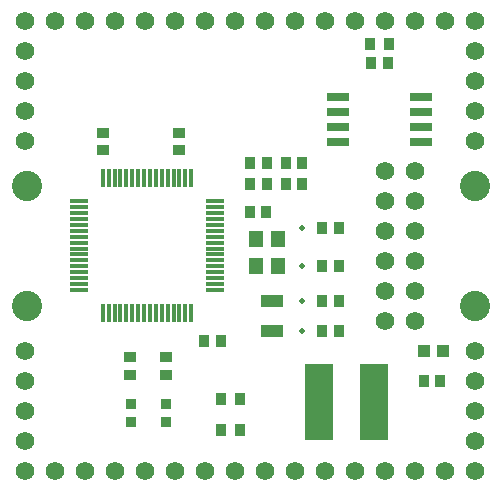
<source format=gbr>
%TF.GenerationSoftware,KiCad,Pcbnew,(6.0.5)*%
%TF.CreationDate,2022-06-09T17:33:11-04:00*%
%TF.ProjectId,pq-cdh,70712d63-6468-42e6-9b69-6361645f7063,V0.1.1*%
%TF.SameCoordinates,Original*%
%TF.FileFunction,Soldermask,Top*%
%TF.FilePolarity,Negative*%
%FSLAX46Y46*%
G04 Gerber Fmt 4.6, Leading zero omitted, Abs format (unit mm)*
G04 Created by KiCad (PCBNEW (6.0.5)) date 2022-06-09 17:33:11*
%MOMM*%
%LPD*%
G01*
G04 APERTURE LIST*
G04 Aperture macros list*
%AMRoundRect*
0 Rectangle with rounded corners*
0 $1 Rounding radius*
0 $2 $3 $4 $5 $6 $7 $8 $9 X,Y pos of 4 corners*
0 Add a 4 corners polygon primitive as box body*
4,1,4,$2,$3,$4,$5,$6,$7,$8,$9,$2,$3,0*
0 Add four circle primitives for the rounded corners*
1,1,$1+$1,$2,$3*
1,1,$1+$1,$4,$5*
1,1,$1+$1,$6,$7*
1,1,$1+$1,$8,$9*
0 Add four rect primitives between the rounded corners*
20,1,$1+$1,$2,$3,$4,$5,0*
20,1,$1+$1,$4,$5,$6,$7,0*
20,1,$1+$1,$6,$7,$8,$9,0*
20,1,$1+$1,$8,$9,$2,$3,0*%
G04 Aperture macros list end*
%ADD10C,1.565400*%
%ADD11RoundRect,0.012700X0.400000X0.500000X-0.400000X0.500000X-0.400000X-0.500000X0.400000X-0.500000X0*%
%ADD12RoundRect,0.012700X0.470000X-0.375000X0.470000X0.375000X-0.470000X0.375000X-0.470000X-0.375000X0*%
%ADD13RoundRect,0.012700X0.450000X0.500000X-0.450000X0.500000X-0.450000X-0.500000X0.450000X-0.500000X0*%
%ADD14C,2.565400*%
%ADD15C,0.479400*%
%ADD16RoundRect,0.012700X-0.375000X-0.470000X0.375000X-0.470000X0.375000X0.470000X-0.375000X0.470000X0*%
%ADD17RoundRect,0.012700X-0.737500X0.150000X-0.737500X-0.150000X0.737500X-0.150000X0.737500X0.150000X0*%
%ADD18RoundRect,0.012700X0.150000X0.737500X-0.150000X0.737500X-0.150000X-0.737500X0.150000X-0.737500X0*%
%ADD19RoundRect,0.012700X-0.500000X0.400000X-0.500000X-0.400000X0.500000X-0.400000X0.500000X0.400000X0*%
%ADD20RoundRect,0.012700X0.900000X-0.500000X0.900000X0.500000X-0.900000X0.500000X-0.900000X-0.500000X0*%
%ADD21RoundRect,0.012700X0.400000X0.400000X-0.400000X0.400000X-0.400000X-0.400000X0.400000X-0.400000X0*%
%ADD22RoundRect,0.012700X0.892500X-0.325000X0.892500X0.325000X-0.892500X0.325000X-0.892500X-0.325000X0*%
%ADD23RoundRect,0.012700X0.550000X0.650000X-0.550000X0.650000X-0.550000X-0.650000X0.550000X-0.650000X0*%
%ADD24RoundRect,0.012700X-0.400000X-0.500000X0.400000X-0.500000X0.400000X0.500000X-0.400000X0.500000X0*%
%ADD25RoundRect,0.012700X0.375000X0.470000X-0.375000X0.470000X-0.375000X-0.470000X0.375000X-0.470000X0*%
%ADD26RoundRect,0.012700X-1.150000X-3.200000X1.150000X-3.200000X1.150000X3.200000X-1.150000X3.200000X0*%
G04 APERTURE END LIST*
D10*
%TO.C,J1*%
X174050000Y-116890000D03*
X174050000Y-119430000D03*
X174050000Y-121970000D03*
X174050000Y-124510000D03*
%TD*%
D11*
%TO.C,R5*%
X166800000Y-90900000D03*
X165200000Y-90900000D03*
%TD*%
D10*
%TO.C,J5*%
X135950000Y-88950000D03*
X138490000Y-88950000D03*
X141030000Y-88950000D03*
X143570000Y-88950000D03*
X146110000Y-88950000D03*
X148650000Y-88950000D03*
X151190000Y-88950000D03*
X153730000Y-88950000D03*
X156270000Y-88950000D03*
X158810000Y-88950000D03*
X161350000Y-88950000D03*
X163890000Y-88950000D03*
X166430000Y-88950000D03*
X168970000Y-88950000D03*
X171510000Y-88950000D03*
X174050000Y-88950000D03*
%TD*%
D12*
%TO.C,C2*%
X142560000Y-99860000D03*
X142560000Y-98460000D03*
%TD*%
D13*
%TO.C,FB1*%
X171360000Y-116890000D03*
X169760000Y-116890000D03*
%TD*%
D14*
%TO.C,J6*%
X174080000Y-113060000D03*
X136160000Y-113060000D03*
X174080000Y-102900000D03*
X136160000Y-102900000D03*
%TD*%
D15*
%TO.C,TP*%
X159400000Y-112640000D03*
%TD*%
D16*
%TO.C,C10*%
X161130000Y-106495000D03*
X162530000Y-106495000D03*
%TD*%
D17*
%TO.C,IC1*%
X152048000Y-111710000D03*
X152048000Y-111210000D03*
X152048000Y-110710000D03*
X152048000Y-110210000D03*
X152048000Y-109710000D03*
X152048000Y-109210000D03*
X152048000Y-108710000D03*
X152048000Y-108210000D03*
X152048000Y-107710000D03*
X152048000Y-107210000D03*
X152048000Y-106710000D03*
X152048000Y-106210000D03*
X152048000Y-105710000D03*
X152048000Y-105210000D03*
X152048000Y-104710000D03*
X152048000Y-104210000D03*
D18*
X150060000Y-102222000D03*
X149560000Y-102222000D03*
X149060000Y-102222000D03*
X148560000Y-102222000D03*
X148060000Y-102222000D03*
X147560000Y-102222000D03*
X147060000Y-102222000D03*
X146560000Y-102222000D03*
X146060000Y-102222000D03*
X145560000Y-102222000D03*
X145060000Y-102222000D03*
X144560000Y-102222000D03*
X144060000Y-102222000D03*
X143560000Y-102222000D03*
X143060000Y-102222000D03*
X142560000Y-102222000D03*
D17*
X140572000Y-104210000D03*
X140572000Y-104710000D03*
X140572000Y-105210000D03*
X140572000Y-105710000D03*
X140572000Y-106210000D03*
X140572000Y-106710000D03*
X140572000Y-107210000D03*
X140572000Y-107710000D03*
X140572000Y-108210000D03*
X140572000Y-108710000D03*
X140572000Y-109210000D03*
X140572000Y-109710000D03*
X140572000Y-110210000D03*
X140572000Y-110710000D03*
X140572000Y-111210000D03*
X140572000Y-111710000D03*
D18*
X142560000Y-113698000D03*
X143060000Y-113698000D03*
X143560000Y-113698000D03*
X144060000Y-113698000D03*
X144560000Y-113698000D03*
X145060000Y-113698000D03*
X145560000Y-113698000D03*
X146060000Y-113698000D03*
X146560000Y-113698000D03*
X147060000Y-113698000D03*
X147560000Y-113698000D03*
X148060000Y-113698000D03*
X148560000Y-113698000D03*
X149060000Y-113698000D03*
X149560000Y-113698000D03*
X150060000Y-113698000D03*
%TD*%
D16*
%TO.C,C11*%
X161130000Y-109715000D03*
X162530000Y-109715000D03*
%TD*%
D10*
%TO.C,J7*%
X168970000Y-114350000D03*
X166430000Y-114350000D03*
X168970000Y-111810000D03*
X166430000Y-111810000D03*
X168970000Y-109270000D03*
X166430000Y-109270000D03*
X168970000Y-106730000D03*
X166430000Y-106730000D03*
X168970000Y-104190000D03*
X166430000Y-104190000D03*
X168970000Y-101650000D03*
X166430000Y-101650000D03*
%TD*%
%TO.C,J8*%
X135950000Y-116890000D03*
X135950000Y-119430000D03*
X135950000Y-121970000D03*
X135950000Y-124510000D03*
%TD*%
D19*
%TO.C,R2*%
X147910000Y-117360000D03*
X147910000Y-118960000D03*
%TD*%
D12*
%TO.C,C3*%
X149060000Y-99860000D03*
X149060000Y-98460000D03*
%TD*%
D20*
%TO.C,Y2*%
X156920000Y-115210000D03*
X156920000Y-112660000D03*
%TD*%
D15*
%TO.C,TP*%
X159400000Y-109700000D03*
%TD*%
D10*
%TO.C,J4*%
X135950000Y-91490000D03*
X135950000Y-94030000D03*
X135950000Y-96570000D03*
X135950000Y-99110000D03*
%TD*%
D15*
%TO.C,TP*%
X159400000Y-106500000D03*
%TD*%
D16*
%TO.C,C12*%
X161130000Y-112660000D03*
X162530000Y-112660000D03*
%TD*%
D10*
%TO.C,J2*%
X135950000Y-127050000D03*
X138490000Y-127050000D03*
X141030000Y-127050000D03*
X143570000Y-127050000D03*
X146110000Y-127050000D03*
X148650000Y-127050000D03*
X151190000Y-127050000D03*
X153730000Y-127050000D03*
X156270000Y-127050000D03*
X158810000Y-127050000D03*
X161350000Y-127050000D03*
X163890000Y-127050000D03*
X166430000Y-127050000D03*
X168970000Y-127050000D03*
X171510000Y-127050000D03*
X174050000Y-127050000D03*
%TD*%
D15*
%TO.C,TP*%
X159400000Y-115200000D03*
%TD*%
D21*
%TO.C,LED1*%
X144920000Y-122880000D03*
X144920000Y-121380000D03*
%TD*%
D11*
%TO.C,R3*%
X154150000Y-120920000D03*
X152550000Y-120920000D03*
%TD*%
D16*
%TO.C,C8*%
X158070000Y-102750000D03*
X159470000Y-102750000D03*
%TD*%
%TO.C,C5*%
X155070000Y-102750000D03*
X156470000Y-102750000D03*
%TD*%
D22*
%TO.C,IC2*%
X162476500Y-95360000D03*
X162476500Y-96630000D03*
X162476500Y-97900000D03*
X162476500Y-99170000D03*
X169540500Y-99170000D03*
X169540500Y-97900000D03*
X169540500Y-96630000D03*
X169540500Y-95360000D03*
%TD*%
D23*
%TO.C,Y1*%
X157410000Y-109720000D03*
X157410000Y-107420000D03*
X155510000Y-107420000D03*
X155510000Y-109720000D03*
%TD*%
D16*
%TO.C,C7*%
X158070000Y-100950000D03*
X159470000Y-100950000D03*
%TD*%
%TO.C,C1*%
X169760000Y-119430000D03*
X171160000Y-119430000D03*
%TD*%
%TO.C,C6*%
X155070000Y-100950000D03*
X156470000Y-100950000D03*
%TD*%
D10*
%TO.C,J3*%
X174050000Y-99110000D03*
X174050000Y-96570000D03*
X174050000Y-94030000D03*
X174050000Y-91490000D03*
%TD*%
D19*
%TO.C,R1*%
X144910000Y-117360000D03*
X144910000Y-118960000D03*
%TD*%
D24*
%TO.C,R4*%
X152550000Y-123610000D03*
X154150000Y-123610000D03*
%TD*%
D16*
%TO.C,C13*%
X161130000Y-115210000D03*
X162530000Y-115210000D03*
%TD*%
%TO.C,C4*%
X151150000Y-116000000D03*
X152550000Y-116000000D03*
%TD*%
%TO.C,C9*%
X155020000Y-105150000D03*
X156420000Y-105150000D03*
%TD*%
D21*
%TO.C,LED2*%
X147910000Y-122900000D03*
X147910000Y-121400000D03*
%TD*%
D25*
%TO.C,C14*%
X166700000Y-92535000D03*
X165300000Y-92535000D03*
%TD*%
D26*
%TO.C,C15*%
X160900000Y-121200000D03*
X165500000Y-121200000D03*
%TD*%
M02*

</source>
